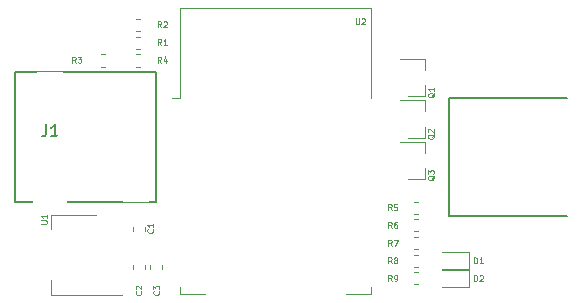
<source format=gbr>
G04 #@! TF.GenerationSoftware,KiCad,Pcbnew,5.0.1*
G04 #@! TF.CreationDate,2019-01-30T09:30:50+01:00*
G04 #@! TF.ProjectId,esp8266_rgb_strip_controller,657370383236365F736578795F737472,rev?*
G04 #@! TF.SameCoordinates,Original*
G04 #@! TF.FileFunction,Legend,Top*
G04 #@! TF.FilePolarity,Positive*
%FSLAX46Y46*%
G04 Gerber Fmt 4.6, Leading zero omitted, Abs format (unit mm)*
G04 Created by KiCad (PCBNEW 5.0.1) date Wed 30 Jan 2019 09:30:50 AM CET*
%MOMM*%
%LPD*%
G01*
G04 APERTURE LIST*
%ADD10C,0.120000*%
%ADD11C,0.150000*%
%ADD12C,0.125000*%
%ADD13R,2.602000X1.102000*%
%ADD14R,1.102000X1.902000*%
%ADD15O,3.102000X1.602000*%
%ADD16C,3.102000*%
%ADD17R,1.002000X0.902000*%
%ADD18C,0.100000*%
%ADD19C,0.977000*%
%ADD20R,2.102000X3.902000*%
%ADD21R,2.102000X1.602000*%
%ADD22O,1.602000X1.602000*%
%ADD23C,2.802000*%
%ADD24R,10.102000X2.102000*%
G04 APERTURE END LIST*
D10*
G04 #@! TO.C,U2*
X108955001Y-59105001D02*
X125195001Y-59105001D01*
X125195001Y-59105001D02*
X125195001Y-66725001D01*
X125195001Y-82725001D02*
X125195001Y-83345001D01*
X125195001Y-83345001D02*
X123075001Y-83345001D01*
X111075001Y-83345001D02*
X108955001Y-83345001D01*
X108955001Y-83345001D02*
X108955001Y-82725001D01*
X108955001Y-66725001D02*
X108955001Y-59105001D01*
X108955001Y-66725001D02*
X108345001Y-66725001D01*
D11*
G04 #@! TO.C,J1*
X95000000Y-67500000D02*
X95000000Y-65500000D01*
X95000000Y-64500000D02*
X95000000Y-65500000D01*
X107000000Y-64500000D02*
X95000000Y-64500000D01*
X107000000Y-75500000D02*
X107000000Y-64500000D01*
X95000000Y-75500000D02*
X107000000Y-75500000D01*
X95000000Y-65500000D02*
X95000000Y-75500000D01*
D10*
G04 #@! TO.C,Q1*
X129760000Y-66580000D02*
X129760000Y-65650000D01*
X129760000Y-63420000D02*
X129760000Y-64350000D01*
X129760000Y-63420000D02*
X127600000Y-63420000D01*
X129760000Y-66580000D02*
X128300000Y-66580000D01*
G04 #@! TO.C,Q2*
X129760000Y-70080000D02*
X128300000Y-70080000D01*
X129760000Y-66920000D02*
X127600000Y-66920000D01*
X129760000Y-66920000D02*
X129760000Y-67850000D01*
X129760000Y-70080000D02*
X129760000Y-69150000D01*
G04 #@! TO.C,Q3*
X129760000Y-73580000D02*
X129760000Y-72650000D01*
X129760000Y-70420000D02*
X129760000Y-71350000D01*
X129760000Y-70420000D02*
X127600000Y-70420000D01*
X129760000Y-73580000D02*
X128300000Y-73580000D01*
G04 #@! TO.C,R1*
X105299721Y-62560000D02*
X105625279Y-62560000D01*
X105299721Y-61540000D02*
X105625279Y-61540000D01*
G04 #@! TO.C,R2*
X105299721Y-60040000D02*
X105625279Y-60040000D01*
X105299721Y-61060000D02*
X105625279Y-61060000D01*
G04 #@! TO.C,R3*
X102299721Y-63040000D02*
X102625279Y-63040000D01*
X102299721Y-64060000D02*
X102625279Y-64060000D01*
G04 #@! TO.C,R4*
X105299721Y-64060000D02*
X105625279Y-64060000D01*
X105299721Y-63040000D02*
X105625279Y-63040000D01*
G04 #@! TO.C,R5*
X128837221Y-75490000D02*
X129162779Y-75490000D01*
X128837221Y-76510000D02*
X129162779Y-76510000D01*
G04 #@! TO.C,R6*
X129162779Y-76990000D02*
X128837221Y-76990000D01*
X129162779Y-78010000D02*
X128837221Y-78010000D01*
G04 #@! TO.C,R7*
X129162779Y-79510000D02*
X128837221Y-79510000D01*
X129162779Y-78490000D02*
X128837221Y-78490000D01*
G04 #@! TO.C,U1*
X98090000Y-76590000D02*
X98090000Y-77850000D01*
X98090000Y-83410000D02*
X98090000Y-82150000D01*
X101850000Y-76590000D02*
X98090000Y-76590000D01*
X104100000Y-83410000D02*
X98090000Y-83410000D01*
G04 #@! TO.C,C1*
X106010000Y-77950279D02*
X106010000Y-77624721D01*
X104990000Y-77950279D02*
X104990000Y-77624721D01*
G04 #@! TO.C,C2*
X106010000Y-80837221D02*
X106010000Y-81162779D01*
X104990000Y-80837221D02*
X104990000Y-81162779D01*
G04 #@! TO.C,C3*
X106490000Y-80837221D02*
X106490000Y-81162779D01*
X107510000Y-80837221D02*
X107510000Y-81162779D01*
G04 #@! TO.C,D1*
X131200000Y-81235000D02*
X133485000Y-81235000D01*
X133485000Y-81235000D02*
X133485000Y-79765000D01*
X133485000Y-79765000D02*
X131200000Y-79765000D01*
G04 #@! TO.C,D2*
X133485000Y-81265000D02*
X131200000Y-81265000D01*
X133485000Y-82735000D02*
X133485000Y-81265000D01*
X131200000Y-82735000D02*
X133485000Y-82735000D01*
G04 #@! TO.C,R8*
X129162779Y-81010000D02*
X128837221Y-81010000D01*
X129162779Y-79990000D02*
X128837221Y-79990000D01*
G04 #@! TO.C,R9*
X129162779Y-81490000D02*
X128837221Y-81490000D01*
X129162779Y-82510000D02*
X128837221Y-82510000D01*
D11*
G04 #@! TO.C,J3*
X131750000Y-76750000D02*
X141750000Y-76750000D01*
X131750000Y-66750000D02*
X131750000Y-76750000D01*
X136750000Y-66750000D02*
X131750000Y-66750000D01*
X141750000Y-66750000D02*
X136750000Y-66750000D01*
G04 #@! TO.C,U2*
D12*
X123869047Y-59976190D02*
X123869047Y-60380952D01*
X123892857Y-60428571D01*
X123916666Y-60452380D01*
X123964285Y-60476190D01*
X124059523Y-60476190D01*
X124107142Y-60452380D01*
X124130952Y-60428571D01*
X124154761Y-60380952D01*
X124154761Y-59976190D01*
X124369047Y-60023809D02*
X124392857Y-60000000D01*
X124440476Y-59976190D01*
X124559523Y-59976190D01*
X124607142Y-60000000D01*
X124630952Y-60023809D01*
X124654761Y-60071428D01*
X124654761Y-60119047D01*
X124630952Y-60190476D01*
X124345238Y-60476190D01*
X124654761Y-60476190D01*
G04 #@! TO.C,J1*
D11*
X97666666Y-68952380D02*
X97666666Y-69666666D01*
X97619047Y-69809523D01*
X97523809Y-69904761D01*
X97380952Y-69952380D01*
X97285714Y-69952380D01*
X98666666Y-69952380D02*
X98095238Y-69952380D01*
X98380952Y-69952380D02*
X98380952Y-68952380D01*
X98285714Y-69095238D01*
X98190476Y-69190476D01*
X98095238Y-69238095D01*
G04 #@! TO.C,Q1*
D12*
X130523809Y-66297619D02*
X130500000Y-66345238D01*
X130452380Y-66392857D01*
X130380952Y-66464285D01*
X130357142Y-66511904D01*
X130357142Y-66559523D01*
X130476190Y-66535714D02*
X130452380Y-66583333D01*
X130404761Y-66630952D01*
X130309523Y-66654761D01*
X130142857Y-66654761D01*
X130047619Y-66630952D01*
X130000000Y-66583333D01*
X129976190Y-66535714D01*
X129976190Y-66440476D01*
X130000000Y-66392857D01*
X130047619Y-66345238D01*
X130142857Y-66321428D01*
X130309523Y-66321428D01*
X130404761Y-66345238D01*
X130452380Y-66392857D01*
X130476190Y-66440476D01*
X130476190Y-66535714D01*
X130476190Y-65845238D02*
X130476190Y-66130952D01*
X130476190Y-65988095D02*
X129976190Y-65988095D01*
X130047619Y-66035714D01*
X130095238Y-66083333D01*
X130119047Y-66130952D01*
G04 #@! TO.C,Q2*
X130523809Y-69797619D02*
X130500000Y-69845238D01*
X130452380Y-69892857D01*
X130380952Y-69964285D01*
X130357142Y-70011904D01*
X130357142Y-70059523D01*
X130476190Y-70035714D02*
X130452380Y-70083333D01*
X130404761Y-70130952D01*
X130309523Y-70154761D01*
X130142857Y-70154761D01*
X130047619Y-70130952D01*
X130000000Y-70083333D01*
X129976190Y-70035714D01*
X129976190Y-69940476D01*
X130000000Y-69892857D01*
X130047619Y-69845238D01*
X130142857Y-69821428D01*
X130309523Y-69821428D01*
X130404761Y-69845238D01*
X130452380Y-69892857D01*
X130476190Y-69940476D01*
X130476190Y-70035714D01*
X130023809Y-69630952D02*
X130000000Y-69607142D01*
X129976190Y-69559523D01*
X129976190Y-69440476D01*
X130000000Y-69392857D01*
X130023809Y-69369047D01*
X130071428Y-69345238D01*
X130119047Y-69345238D01*
X130190476Y-69369047D01*
X130476190Y-69654761D01*
X130476190Y-69345238D01*
G04 #@! TO.C,Q3*
X130523809Y-73297619D02*
X130500000Y-73345238D01*
X130452380Y-73392857D01*
X130380952Y-73464285D01*
X130357142Y-73511904D01*
X130357142Y-73559523D01*
X130476190Y-73535714D02*
X130452380Y-73583333D01*
X130404761Y-73630952D01*
X130309523Y-73654761D01*
X130142857Y-73654761D01*
X130047619Y-73630952D01*
X130000000Y-73583333D01*
X129976190Y-73535714D01*
X129976190Y-73440476D01*
X130000000Y-73392857D01*
X130047619Y-73345238D01*
X130142857Y-73321428D01*
X130309523Y-73321428D01*
X130404761Y-73345238D01*
X130452380Y-73392857D01*
X130476190Y-73440476D01*
X130476190Y-73535714D01*
X129976190Y-73154761D02*
X129976190Y-72845238D01*
X130166666Y-73011904D01*
X130166666Y-72940476D01*
X130190476Y-72892857D01*
X130214285Y-72869047D01*
X130261904Y-72845238D01*
X130380952Y-72845238D01*
X130428571Y-72869047D01*
X130452380Y-72892857D01*
X130476190Y-72940476D01*
X130476190Y-73083333D01*
X130452380Y-73130952D01*
X130428571Y-73154761D01*
G04 #@! TO.C,R1*
X107416666Y-62226190D02*
X107250000Y-61988095D01*
X107130952Y-62226190D02*
X107130952Y-61726190D01*
X107321428Y-61726190D01*
X107369047Y-61750000D01*
X107392857Y-61773809D01*
X107416666Y-61821428D01*
X107416666Y-61892857D01*
X107392857Y-61940476D01*
X107369047Y-61964285D01*
X107321428Y-61988095D01*
X107130952Y-61988095D01*
X107892857Y-62226190D02*
X107607142Y-62226190D01*
X107750000Y-62226190D02*
X107750000Y-61726190D01*
X107702380Y-61797619D01*
X107654761Y-61845238D01*
X107607142Y-61869047D01*
G04 #@! TO.C,R2*
X107416666Y-60726190D02*
X107250000Y-60488095D01*
X107130952Y-60726190D02*
X107130952Y-60226190D01*
X107321428Y-60226190D01*
X107369047Y-60250000D01*
X107392857Y-60273809D01*
X107416666Y-60321428D01*
X107416666Y-60392857D01*
X107392857Y-60440476D01*
X107369047Y-60464285D01*
X107321428Y-60488095D01*
X107130952Y-60488095D01*
X107607142Y-60273809D02*
X107630952Y-60250000D01*
X107678571Y-60226190D01*
X107797619Y-60226190D01*
X107845238Y-60250000D01*
X107869047Y-60273809D01*
X107892857Y-60321428D01*
X107892857Y-60369047D01*
X107869047Y-60440476D01*
X107583333Y-60726190D01*
X107892857Y-60726190D01*
G04 #@! TO.C,R3*
X100166666Y-63726190D02*
X100000000Y-63488095D01*
X99880952Y-63726190D02*
X99880952Y-63226190D01*
X100071428Y-63226190D01*
X100119047Y-63250000D01*
X100142857Y-63273809D01*
X100166666Y-63321428D01*
X100166666Y-63392857D01*
X100142857Y-63440476D01*
X100119047Y-63464285D01*
X100071428Y-63488095D01*
X99880952Y-63488095D01*
X100333333Y-63226190D02*
X100642857Y-63226190D01*
X100476190Y-63416666D01*
X100547619Y-63416666D01*
X100595238Y-63440476D01*
X100619047Y-63464285D01*
X100642857Y-63511904D01*
X100642857Y-63630952D01*
X100619047Y-63678571D01*
X100595238Y-63702380D01*
X100547619Y-63726190D01*
X100404761Y-63726190D01*
X100357142Y-63702380D01*
X100333333Y-63678571D01*
G04 #@! TO.C,R4*
X107416666Y-63726190D02*
X107250000Y-63488095D01*
X107130952Y-63726190D02*
X107130952Y-63226190D01*
X107321428Y-63226190D01*
X107369047Y-63250000D01*
X107392857Y-63273809D01*
X107416666Y-63321428D01*
X107416666Y-63392857D01*
X107392857Y-63440476D01*
X107369047Y-63464285D01*
X107321428Y-63488095D01*
X107130952Y-63488095D01*
X107845238Y-63392857D02*
X107845238Y-63726190D01*
X107726190Y-63202380D02*
X107607142Y-63559523D01*
X107916666Y-63559523D01*
G04 #@! TO.C,R5*
X126916666Y-76226190D02*
X126750000Y-75988095D01*
X126630952Y-76226190D02*
X126630952Y-75726190D01*
X126821428Y-75726190D01*
X126869047Y-75750000D01*
X126892857Y-75773809D01*
X126916666Y-75821428D01*
X126916666Y-75892857D01*
X126892857Y-75940476D01*
X126869047Y-75964285D01*
X126821428Y-75988095D01*
X126630952Y-75988095D01*
X127369047Y-75726190D02*
X127130952Y-75726190D01*
X127107142Y-75964285D01*
X127130952Y-75940476D01*
X127178571Y-75916666D01*
X127297619Y-75916666D01*
X127345238Y-75940476D01*
X127369047Y-75964285D01*
X127392857Y-76011904D01*
X127392857Y-76130952D01*
X127369047Y-76178571D01*
X127345238Y-76202380D01*
X127297619Y-76226190D01*
X127178571Y-76226190D01*
X127130952Y-76202380D01*
X127107142Y-76178571D01*
G04 #@! TO.C,R6*
X126916666Y-77726190D02*
X126750000Y-77488095D01*
X126630952Y-77726190D02*
X126630952Y-77226190D01*
X126821428Y-77226190D01*
X126869047Y-77250000D01*
X126892857Y-77273809D01*
X126916666Y-77321428D01*
X126916666Y-77392857D01*
X126892857Y-77440476D01*
X126869047Y-77464285D01*
X126821428Y-77488095D01*
X126630952Y-77488095D01*
X127345238Y-77226190D02*
X127250000Y-77226190D01*
X127202380Y-77250000D01*
X127178571Y-77273809D01*
X127130952Y-77345238D01*
X127107142Y-77440476D01*
X127107142Y-77630952D01*
X127130952Y-77678571D01*
X127154761Y-77702380D01*
X127202380Y-77726190D01*
X127297619Y-77726190D01*
X127345238Y-77702380D01*
X127369047Y-77678571D01*
X127392857Y-77630952D01*
X127392857Y-77511904D01*
X127369047Y-77464285D01*
X127345238Y-77440476D01*
X127297619Y-77416666D01*
X127202380Y-77416666D01*
X127154761Y-77440476D01*
X127130952Y-77464285D01*
X127107142Y-77511904D01*
G04 #@! TO.C,R7*
X126916666Y-79226190D02*
X126750000Y-78988095D01*
X126630952Y-79226190D02*
X126630952Y-78726190D01*
X126821428Y-78726190D01*
X126869047Y-78750000D01*
X126892857Y-78773809D01*
X126916666Y-78821428D01*
X126916666Y-78892857D01*
X126892857Y-78940476D01*
X126869047Y-78964285D01*
X126821428Y-78988095D01*
X126630952Y-78988095D01*
X127083333Y-78726190D02*
X127416666Y-78726190D01*
X127202380Y-79226190D01*
G04 #@! TO.C,U1*
X97226190Y-77380952D02*
X97630952Y-77380952D01*
X97678571Y-77357142D01*
X97702380Y-77333333D01*
X97726190Y-77285714D01*
X97726190Y-77190476D01*
X97702380Y-77142857D01*
X97678571Y-77119047D01*
X97630952Y-77095238D01*
X97226190Y-77095238D01*
X97726190Y-76595238D02*
X97726190Y-76880952D01*
X97726190Y-76738095D02*
X97226190Y-76738095D01*
X97297619Y-76785714D01*
X97345238Y-76833333D01*
X97369047Y-76880952D01*
G04 #@! TO.C,C1*
X106678571Y-77833333D02*
X106702380Y-77857142D01*
X106726190Y-77928571D01*
X106726190Y-77976190D01*
X106702380Y-78047619D01*
X106654761Y-78095238D01*
X106607142Y-78119047D01*
X106511904Y-78142857D01*
X106440476Y-78142857D01*
X106345238Y-78119047D01*
X106297619Y-78095238D01*
X106250000Y-78047619D01*
X106226190Y-77976190D01*
X106226190Y-77928571D01*
X106250000Y-77857142D01*
X106273809Y-77833333D01*
X106726190Y-77357142D02*
X106726190Y-77642857D01*
X106726190Y-77500000D02*
X106226190Y-77500000D01*
X106297619Y-77547619D01*
X106345238Y-77595238D01*
X106369047Y-77642857D01*
G04 #@! TO.C,C2*
X105678571Y-83083333D02*
X105702380Y-83107142D01*
X105726190Y-83178571D01*
X105726190Y-83226190D01*
X105702380Y-83297619D01*
X105654761Y-83345238D01*
X105607142Y-83369047D01*
X105511904Y-83392857D01*
X105440476Y-83392857D01*
X105345238Y-83369047D01*
X105297619Y-83345238D01*
X105250000Y-83297619D01*
X105226190Y-83226190D01*
X105226190Y-83178571D01*
X105250000Y-83107142D01*
X105273809Y-83083333D01*
X105273809Y-82892857D02*
X105250000Y-82869047D01*
X105226190Y-82821428D01*
X105226190Y-82702380D01*
X105250000Y-82654761D01*
X105273809Y-82630952D01*
X105321428Y-82607142D01*
X105369047Y-82607142D01*
X105440476Y-82630952D01*
X105726190Y-82916666D01*
X105726190Y-82607142D01*
G04 #@! TO.C,C3*
X107178571Y-83083333D02*
X107202380Y-83107142D01*
X107226190Y-83178571D01*
X107226190Y-83226190D01*
X107202380Y-83297619D01*
X107154761Y-83345238D01*
X107107142Y-83369047D01*
X107011904Y-83392857D01*
X106940476Y-83392857D01*
X106845238Y-83369047D01*
X106797619Y-83345238D01*
X106750000Y-83297619D01*
X106726190Y-83226190D01*
X106726190Y-83178571D01*
X106750000Y-83107142D01*
X106773809Y-83083333D01*
X106726190Y-82916666D02*
X106726190Y-82607142D01*
X106916666Y-82773809D01*
X106916666Y-82702380D01*
X106940476Y-82654761D01*
X106964285Y-82630952D01*
X107011904Y-82607142D01*
X107130952Y-82607142D01*
X107178571Y-82630952D01*
X107202380Y-82654761D01*
X107226190Y-82702380D01*
X107226190Y-82845238D01*
X107202380Y-82892857D01*
X107178571Y-82916666D01*
G04 #@! TO.C,D1*
X133880952Y-80726190D02*
X133880952Y-80226190D01*
X134000000Y-80226190D01*
X134071428Y-80250000D01*
X134119047Y-80297619D01*
X134142857Y-80345238D01*
X134166666Y-80440476D01*
X134166666Y-80511904D01*
X134142857Y-80607142D01*
X134119047Y-80654761D01*
X134071428Y-80702380D01*
X134000000Y-80726190D01*
X133880952Y-80726190D01*
X134642857Y-80726190D02*
X134357142Y-80726190D01*
X134500000Y-80726190D02*
X134500000Y-80226190D01*
X134452380Y-80297619D01*
X134404761Y-80345238D01*
X134357142Y-80369047D01*
G04 #@! TO.C,D2*
X133880952Y-82226190D02*
X133880952Y-81726190D01*
X134000000Y-81726190D01*
X134071428Y-81750000D01*
X134119047Y-81797619D01*
X134142857Y-81845238D01*
X134166666Y-81940476D01*
X134166666Y-82011904D01*
X134142857Y-82107142D01*
X134119047Y-82154761D01*
X134071428Y-82202380D01*
X134000000Y-82226190D01*
X133880952Y-82226190D01*
X134357142Y-81773809D02*
X134380952Y-81750000D01*
X134428571Y-81726190D01*
X134547619Y-81726190D01*
X134595238Y-81750000D01*
X134619047Y-81773809D01*
X134642857Y-81821428D01*
X134642857Y-81869047D01*
X134619047Y-81940476D01*
X134333333Y-82226190D01*
X134642857Y-82226190D01*
G04 #@! TO.C,R8*
X126916666Y-80726190D02*
X126750000Y-80488095D01*
X126630952Y-80726190D02*
X126630952Y-80226190D01*
X126821428Y-80226190D01*
X126869047Y-80250000D01*
X126892857Y-80273809D01*
X126916666Y-80321428D01*
X126916666Y-80392857D01*
X126892857Y-80440476D01*
X126869047Y-80464285D01*
X126821428Y-80488095D01*
X126630952Y-80488095D01*
X127202380Y-80440476D02*
X127154761Y-80416666D01*
X127130952Y-80392857D01*
X127107142Y-80345238D01*
X127107142Y-80321428D01*
X127130952Y-80273809D01*
X127154761Y-80250000D01*
X127202380Y-80226190D01*
X127297619Y-80226190D01*
X127345238Y-80250000D01*
X127369047Y-80273809D01*
X127392857Y-80321428D01*
X127392857Y-80345238D01*
X127369047Y-80392857D01*
X127345238Y-80416666D01*
X127297619Y-80440476D01*
X127202380Y-80440476D01*
X127154761Y-80464285D01*
X127130952Y-80488095D01*
X127107142Y-80535714D01*
X127107142Y-80630952D01*
X127130952Y-80678571D01*
X127154761Y-80702380D01*
X127202380Y-80726190D01*
X127297619Y-80726190D01*
X127345238Y-80702380D01*
X127369047Y-80678571D01*
X127392857Y-80630952D01*
X127392857Y-80535714D01*
X127369047Y-80488095D01*
X127345238Y-80464285D01*
X127297619Y-80440476D01*
G04 #@! TO.C,R9*
X126916666Y-82226190D02*
X126750000Y-81988095D01*
X126630952Y-82226190D02*
X126630952Y-81726190D01*
X126821428Y-81726190D01*
X126869047Y-81750000D01*
X126892857Y-81773809D01*
X126916666Y-81821428D01*
X126916666Y-81892857D01*
X126892857Y-81940476D01*
X126869047Y-81964285D01*
X126821428Y-81988095D01*
X126630952Y-81988095D01*
X127154761Y-82226190D02*
X127250000Y-82226190D01*
X127297619Y-82202380D01*
X127321428Y-82178571D01*
X127369047Y-82107142D01*
X127392857Y-82011904D01*
X127392857Y-81821428D01*
X127369047Y-81773809D01*
X127345238Y-81750000D01*
X127297619Y-81726190D01*
X127202380Y-81726190D01*
X127154761Y-81750000D01*
X127130952Y-81773809D01*
X127107142Y-81821428D01*
X127107142Y-81940476D01*
X127130952Y-81988095D01*
X127154761Y-82011904D01*
X127202380Y-82035714D01*
X127297619Y-82035714D01*
X127345238Y-82011904D01*
X127369047Y-81988095D01*
X127392857Y-81940476D01*
G04 #@! TD*
%LPC*%
D13*
G04 #@! TO.C,U2*
X109475001Y-67725001D03*
X109475001Y-69725001D03*
X109475001Y-71725001D03*
X109475001Y-73725001D03*
X109475001Y-75725001D03*
X109475001Y-77725001D03*
X109475001Y-79725001D03*
X109475001Y-81725001D03*
D14*
X112075001Y-83225001D03*
X114075001Y-83225001D03*
X116075001Y-83225001D03*
X118075001Y-83225001D03*
X120075001Y-83225001D03*
X122075001Y-83225001D03*
D13*
X124675001Y-81725001D03*
X124675001Y-79725001D03*
X124675001Y-77725001D03*
X124675001Y-75725001D03*
X124675001Y-73725001D03*
X124675001Y-71725001D03*
X124675001Y-69725001D03*
X124675001Y-67725001D03*
G04 #@! TD*
D15*
G04 #@! TO.C,J1*
X105300000Y-74800000D03*
X105300000Y-66200000D03*
X105300000Y-71400000D03*
X98000000Y-65300000D03*
X98000000Y-75200000D03*
D16*
X99000000Y-71500000D03*
G04 #@! TD*
D17*
G04 #@! TO.C,Q1*
X128000000Y-64050000D03*
X128000000Y-65950000D03*
X130000000Y-65000000D03*
G04 #@! TD*
G04 #@! TO.C,Q2*
X130000000Y-68500000D03*
X128000000Y-69450000D03*
X128000000Y-67550000D03*
G04 #@! TD*
G04 #@! TO.C,Q3*
X128000000Y-71050000D03*
X128000000Y-72950000D03*
X130000000Y-72000000D03*
G04 #@! TD*
D18*
G04 #@! TO.C,R1*
G36*
X106518191Y-61525176D02*
X106541901Y-61528693D01*
X106565152Y-61534517D01*
X106587720Y-61542592D01*
X106609389Y-61552841D01*
X106629948Y-61565164D01*
X106649201Y-61579442D01*
X106666961Y-61595539D01*
X106683058Y-61613299D01*
X106697336Y-61632552D01*
X106709659Y-61653111D01*
X106719908Y-61674780D01*
X106727983Y-61697348D01*
X106733807Y-61720599D01*
X106737324Y-61744309D01*
X106738500Y-61768250D01*
X106738500Y-62331750D01*
X106737324Y-62355691D01*
X106733807Y-62379401D01*
X106727983Y-62402652D01*
X106719908Y-62425220D01*
X106709659Y-62446889D01*
X106697336Y-62467448D01*
X106683058Y-62486701D01*
X106666961Y-62504461D01*
X106649201Y-62520558D01*
X106629948Y-62534836D01*
X106609389Y-62547159D01*
X106587720Y-62557408D01*
X106565152Y-62565483D01*
X106541901Y-62571307D01*
X106518191Y-62574824D01*
X106494250Y-62576000D01*
X106005750Y-62576000D01*
X105981809Y-62574824D01*
X105958099Y-62571307D01*
X105934848Y-62565483D01*
X105912280Y-62557408D01*
X105890611Y-62547159D01*
X105870052Y-62534836D01*
X105850799Y-62520558D01*
X105833039Y-62504461D01*
X105816942Y-62486701D01*
X105802664Y-62467448D01*
X105790341Y-62446889D01*
X105780092Y-62425220D01*
X105772017Y-62402652D01*
X105766193Y-62379401D01*
X105762676Y-62355691D01*
X105761500Y-62331750D01*
X105761500Y-61768250D01*
X105762676Y-61744309D01*
X105766193Y-61720599D01*
X105772017Y-61697348D01*
X105780092Y-61674780D01*
X105790341Y-61653111D01*
X105802664Y-61632552D01*
X105816942Y-61613299D01*
X105833039Y-61595539D01*
X105850799Y-61579442D01*
X105870052Y-61565164D01*
X105890611Y-61552841D01*
X105912280Y-61542592D01*
X105934848Y-61534517D01*
X105958099Y-61528693D01*
X105981809Y-61525176D01*
X106005750Y-61524000D01*
X106494250Y-61524000D01*
X106518191Y-61525176D01*
X106518191Y-61525176D01*
G37*
D19*
X106250000Y-62050000D03*
D18*
G36*
X104943191Y-61525176D02*
X104966901Y-61528693D01*
X104990152Y-61534517D01*
X105012720Y-61542592D01*
X105034389Y-61552841D01*
X105054948Y-61565164D01*
X105074201Y-61579442D01*
X105091961Y-61595539D01*
X105108058Y-61613299D01*
X105122336Y-61632552D01*
X105134659Y-61653111D01*
X105144908Y-61674780D01*
X105152983Y-61697348D01*
X105158807Y-61720599D01*
X105162324Y-61744309D01*
X105163500Y-61768250D01*
X105163500Y-62331750D01*
X105162324Y-62355691D01*
X105158807Y-62379401D01*
X105152983Y-62402652D01*
X105144908Y-62425220D01*
X105134659Y-62446889D01*
X105122336Y-62467448D01*
X105108058Y-62486701D01*
X105091961Y-62504461D01*
X105074201Y-62520558D01*
X105054948Y-62534836D01*
X105034389Y-62547159D01*
X105012720Y-62557408D01*
X104990152Y-62565483D01*
X104966901Y-62571307D01*
X104943191Y-62574824D01*
X104919250Y-62576000D01*
X104430750Y-62576000D01*
X104406809Y-62574824D01*
X104383099Y-62571307D01*
X104359848Y-62565483D01*
X104337280Y-62557408D01*
X104315611Y-62547159D01*
X104295052Y-62534836D01*
X104275799Y-62520558D01*
X104258039Y-62504461D01*
X104241942Y-62486701D01*
X104227664Y-62467448D01*
X104215341Y-62446889D01*
X104205092Y-62425220D01*
X104197017Y-62402652D01*
X104191193Y-62379401D01*
X104187676Y-62355691D01*
X104186500Y-62331750D01*
X104186500Y-61768250D01*
X104187676Y-61744309D01*
X104191193Y-61720599D01*
X104197017Y-61697348D01*
X104205092Y-61674780D01*
X104215341Y-61653111D01*
X104227664Y-61632552D01*
X104241942Y-61613299D01*
X104258039Y-61595539D01*
X104275799Y-61579442D01*
X104295052Y-61565164D01*
X104315611Y-61552841D01*
X104337280Y-61542592D01*
X104359848Y-61534517D01*
X104383099Y-61528693D01*
X104406809Y-61525176D01*
X104430750Y-61524000D01*
X104919250Y-61524000D01*
X104943191Y-61525176D01*
X104943191Y-61525176D01*
G37*
D19*
X104675000Y-62050000D03*
G04 #@! TD*
D18*
G04 #@! TO.C,R2*
G36*
X104943191Y-60025176D02*
X104966901Y-60028693D01*
X104990152Y-60034517D01*
X105012720Y-60042592D01*
X105034389Y-60052841D01*
X105054948Y-60065164D01*
X105074201Y-60079442D01*
X105091961Y-60095539D01*
X105108058Y-60113299D01*
X105122336Y-60132552D01*
X105134659Y-60153111D01*
X105144908Y-60174780D01*
X105152983Y-60197348D01*
X105158807Y-60220599D01*
X105162324Y-60244309D01*
X105163500Y-60268250D01*
X105163500Y-60831750D01*
X105162324Y-60855691D01*
X105158807Y-60879401D01*
X105152983Y-60902652D01*
X105144908Y-60925220D01*
X105134659Y-60946889D01*
X105122336Y-60967448D01*
X105108058Y-60986701D01*
X105091961Y-61004461D01*
X105074201Y-61020558D01*
X105054948Y-61034836D01*
X105034389Y-61047159D01*
X105012720Y-61057408D01*
X104990152Y-61065483D01*
X104966901Y-61071307D01*
X104943191Y-61074824D01*
X104919250Y-61076000D01*
X104430750Y-61076000D01*
X104406809Y-61074824D01*
X104383099Y-61071307D01*
X104359848Y-61065483D01*
X104337280Y-61057408D01*
X104315611Y-61047159D01*
X104295052Y-61034836D01*
X104275799Y-61020558D01*
X104258039Y-61004461D01*
X104241942Y-60986701D01*
X104227664Y-60967448D01*
X104215341Y-60946889D01*
X104205092Y-60925220D01*
X104197017Y-60902652D01*
X104191193Y-60879401D01*
X104187676Y-60855691D01*
X104186500Y-60831750D01*
X104186500Y-60268250D01*
X104187676Y-60244309D01*
X104191193Y-60220599D01*
X104197017Y-60197348D01*
X104205092Y-60174780D01*
X104215341Y-60153111D01*
X104227664Y-60132552D01*
X104241942Y-60113299D01*
X104258039Y-60095539D01*
X104275799Y-60079442D01*
X104295052Y-60065164D01*
X104315611Y-60052841D01*
X104337280Y-60042592D01*
X104359848Y-60034517D01*
X104383099Y-60028693D01*
X104406809Y-60025176D01*
X104430750Y-60024000D01*
X104919250Y-60024000D01*
X104943191Y-60025176D01*
X104943191Y-60025176D01*
G37*
D19*
X104675000Y-60550000D03*
D18*
G36*
X106518191Y-60025176D02*
X106541901Y-60028693D01*
X106565152Y-60034517D01*
X106587720Y-60042592D01*
X106609389Y-60052841D01*
X106629948Y-60065164D01*
X106649201Y-60079442D01*
X106666961Y-60095539D01*
X106683058Y-60113299D01*
X106697336Y-60132552D01*
X106709659Y-60153111D01*
X106719908Y-60174780D01*
X106727983Y-60197348D01*
X106733807Y-60220599D01*
X106737324Y-60244309D01*
X106738500Y-60268250D01*
X106738500Y-60831750D01*
X106737324Y-60855691D01*
X106733807Y-60879401D01*
X106727983Y-60902652D01*
X106719908Y-60925220D01*
X106709659Y-60946889D01*
X106697336Y-60967448D01*
X106683058Y-60986701D01*
X106666961Y-61004461D01*
X106649201Y-61020558D01*
X106629948Y-61034836D01*
X106609389Y-61047159D01*
X106587720Y-61057408D01*
X106565152Y-61065483D01*
X106541901Y-61071307D01*
X106518191Y-61074824D01*
X106494250Y-61076000D01*
X106005750Y-61076000D01*
X105981809Y-61074824D01*
X105958099Y-61071307D01*
X105934848Y-61065483D01*
X105912280Y-61057408D01*
X105890611Y-61047159D01*
X105870052Y-61034836D01*
X105850799Y-61020558D01*
X105833039Y-61004461D01*
X105816942Y-60986701D01*
X105802664Y-60967448D01*
X105790341Y-60946889D01*
X105780092Y-60925220D01*
X105772017Y-60902652D01*
X105766193Y-60879401D01*
X105762676Y-60855691D01*
X105761500Y-60831750D01*
X105761500Y-60268250D01*
X105762676Y-60244309D01*
X105766193Y-60220599D01*
X105772017Y-60197348D01*
X105780092Y-60174780D01*
X105790341Y-60153111D01*
X105802664Y-60132552D01*
X105816942Y-60113299D01*
X105833039Y-60095539D01*
X105850799Y-60079442D01*
X105870052Y-60065164D01*
X105890611Y-60052841D01*
X105912280Y-60042592D01*
X105934848Y-60034517D01*
X105958099Y-60028693D01*
X105981809Y-60025176D01*
X106005750Y-60024000D01*
X106494250Y-60024000D01*
X106518191Y-60025176D01*
X106518191Y-60025176D01*
G37*
D19*
X106250000Y-60550000D03*
G04 #@! TD*
D18*
G04 #@! TO.C,R3*
G36*
X101943191Y-63025176D02*
X101966901Y-63028693D01*
X101990152Y-63034517D01*
X102012720Y-63042592D01*
X102034389Y-63052841D01*
X102054948Y-63065164D01*
X102074201Y-63079442D01*
X102091961Y-63095539D01*
X102108058Y-63113299D01*
X102122336Y-63132552D01*
X102134659Y-63153111D01*
X102144908Y-63174780D01*
X102152983Y-63197348D01*
X102158807Y-63220599D01*
X102162324Y-63244309D01*
X102163500Y-63268250D01*
X102163500Y-63831750D01*
X102162324Y-63855691D01*
X102158807Y-63879401D01*
X102152983Y-63902652D01*
X102144908Y-63925220D01*
X102134659Y-63946889D01*
X102122336Y-63967448D01*
X102108058Y-63986701D01*
X102091961Y-64004461D01*
X102074201Y-64020558D01*
X102054948Y-64034836D01*
X102034389Y-64047159D01*
X102012720Y-64057408D01*
X101990152Y-64065483D01*
X101966901Y-64071307D01*
X101943191Y-64074824D01*
X101919250Y-64076000D01*
X101430750Y-64076000D01*
X101406809Y-64074824D01*
X101383099Y-64071307D01*
X101359848Y-64065483D01*
X101337280Y-64057408D01*
X101315611Y-64047159D01*
X101295052Y-64034836D01*
X101275799Y-64020558D01*
X101258039Y-64004461D01*
X101241942Y-63986701D01*
X101227664Y-63967448D01*
X101215341Y-63946889D01*
X101205092Y-63925220D01*
X101197017Y-63902652D01*
X101191193Y-63879401D01*
X101187676Y-63855691D01*
X101186500Y-63831750D01*
X101186500Y-63268250D01*
X101187676Y-63244309D01*
X101191193Y-63220599D01*
X101197017Y-63197348D01*
X101205092Y-63174780D01*
X101215341Y-63153111D01*
X101227664Y-63132552D01*
X101241942Y-63113299D01*
X101258039Y-63095539D01*
X101275799Y-63079442D01*
X101295052Y-63065164D01*
X101315611Y-63052841D01*
X101337280Y-63042592D01*
X101359848Y-63034517D01*
X101383099Y-63028693D01*
X101406809Y-63025176D01*
X101430750Y-63024000D01*
X101919250Y-63024000D01*
X101943191Y-63025176D01*
X101943191Y-63025176D01*
G37*
D19*
X101675000Y-63550000D03*
D18*
G36*
X103518191Y-63025176D02*
X103541901Y-63028693D01*
X103565152Y-63034517D01*
X103587720Y-63042592D01*
X103609389Y-63052841D01*
X103629948Y-63065164D01*
X103649201Y-63079442D01*
X103666961Y-63095539D01*
X103683058Y-63113299D01*
X103697336Y-63132552D01*
X103709659Y-63153111D01*
X103719908Y-63174780D01*
X103727983Y-63197348D01*
X103733807Y-63220599D01*
X103737324Y-63244309D01*
X103738500Y-63268250D01*
X103738500Y-63831750D01*
X103737324Y-63855691D01*
X103733807Y-63879401D01*
X103727983Y-63902652D01*
X103719908Y-63925220D01*
X103709659Y-63946889D01*
X103697336Y-63967448D01*
X103683058Y-63986701D01*
X103666961Y-64004461D01*
X103649201Y-64020558D01*
X103629948Y-64034836D01*
X103609389Y-64047159D01*
X103587720Y-64057408D01*
X103565152Y-64065483D01*
X103541901Y-64071307D01*
X103518191Y-64074824D01*
X103494250Y-64076000D01*
X103005750Y-64076000D01*
X102981809Y-64074824D01*
X102958099Y-64071307D01*
X102934848Y-64065483D01*
X102912280Y-64057408D01*
X102890611Y-64047159D01*
X102870052Y-64034836D01*
X102850799Y-64020558D01*
X102833039Y-64004461D01*
X102816942Y-63986701D01*
X102802664Y-63967448D01*
X102790341Y-63946889D01*
X102780092Y-63925220D01*
X102772017Y-63902652D01*
X102766193Y-63879401D01*
X102762676Y-63855691D01*
X102761500Y-63831750D01*
X102761500Y-63268250D01*
X102762676Y-63244309D01*
X102766193Y-63220599D01*
X102772017Y-63197348D01*
X102780092Y-63174780D01*
X102790341Y-63153111D01*
X102802664Y-63132552D01*
X102816942Y-63113299D01*
X102833039Y-63095539D01*
X102850799Y-63079442D01*
X102870052Y-63065164D01*
X102890611Y-63052841D01*
X102912280Y-63042592D01*
X102934848Y-63034517D01*
X102958099Y-63028693D01*
X102981809Y-63025176D01*
X103005750Y-63024000D01*
X103494250Y-63024000D01*
X103518191Y-63025176D01*
X103518191Y-63025176D01*
G37*
D19*
X103250000Y-63550000D03*
G04 #@! TD*
D18*
G04 #@! TO.C,R4*
G36*
X106518191Y-63025176D02*
X106541901Y-63028693D01*
X106565152Y-63034517D01*
X106587720Y-63042592D01*
X106609389Y-63052841D01*
X106629948Y-63065164D01*
X106649201Y-63079442D01*
X106666961Y-63095539D01*
X106683058Y-63113299D01*
X106697336Y-63132552D01*
X106709659Y-63153111D01*
X106719908Y-63174780D01*
X106727983Y-63197348D01*
X106733807Y-63220599D01*
X106737324Y-63244309D01*
X106738500Y-63268250D01*
X106738500Y-63831750D01*
X106737324Y-63855691D01*
X106733807Y-63879401D01*
X106727983Y-63902652D01*
X106719908Y-63925220D01*
X106709659Y-63946889D01*
X106697336Y-63967448D01*
X106683058Y-63986701D01*
X106666961Y-64004461D01*
X106649201Y-64020558D01*
X106629948Y-64034836D01*
X106609389Y-64047159D01*
X106587720Y-64057408D01*
X106565152Y-64065483D01*
X106541901Y-64071307D01*
X106518191Y-64074824D01*
X106494250Y-64076000D01*
X106005750Y-64076000D01*
X105981809Y-64074824D01*
X105958099Y-64071307D01*
X105934848Y-64065483D01*
X105912280Y-64057408D01*
X105890611Y-64047159D01*
X105870052Y-64034836D01*
X105850799Y-64020558D01*
X105833039Y-64004461D01*
X105816942Y-63986701D01*
X105802664Y-63967448D01*
X105790341Y-63946889D01*
X105780092Y-63925220D01*
X105772017Y-63902652D01*
X105766193Y-63879401D01*
X105762676Y-63855691D01*
X105761500Y-63831750D01*
X105761500Y-63268250D01*
X105762676Y-63244309D01*
X105766193Y-63220599D01*
X105772017Y-63197348D01*
X105780092Y-63174780D01*
X105790341Y-63153111D01*
X105802664Y-63132552D01*
X105816942Y-63113299D01*
X105833039Y-63095539D01*
X105850799Y-63079442D01*
X105870052Y-63065164D01*
X105890611Y-63052841D01*
X105912280Y-63042592D01*
X105934848Y-63034517D01*
X105958099Y-63028693D01*
X105981809Y-63025176D01*
X106005750Y-63024000D01*
X106494250Y-63024000D01*
X106518191Y-63025176D01*
X106518191Y-63025176D01*
G37*
D19*
X106250000Y-63550000D03*
D18*
G36*
X104943191Y-63025176D02*
X104966901Y-63028693D01*
X104990152Y-63034517D01*
X105012720Y-63042592D01*
X105034389Y-63052841D01*
X105054948Y-63065164D01*
X105074201Y-63079442D01*
X105091961Y-63095539D01*
X105108058Y-63113299D01*
X105122336Y-63132552D01*
X105134659Y-63153111D01*
X105144908Y-63174780D01*
X105152983Y-63197348D01*
X105158807Y-63220599D01*
X105162324Y-63244309D01*
X105163500Y-63268250D01*
X105163500Y-63831750D01*
X105162324Y-63855691D01*
X105158807Y-63879401D01*
X105152983Y-63902652D01*
X105144908Y-63925220D01*
X105134659Y-63946889D01*
X105122336Y-63967448D01*
X105108058Y-63986701D01*
X105091961Y-64004461D01*
X105074201Y-64020558D01*
X105054948Y-64034836D01*
X105034389Y-64047159D01*
X105012720Y-64057408D01*
X104990152Y-64065483D01*
X104966901Y-64071307D01*
X104943191Y-64074824D01*
X104919250Y-64076000D01*
X104430750Y-64076000D01*
X104406809Y-64074824D01*
X104383099Y-64071307D01*
X104359848Y-64065483D01*
X104337280Y-64057408D01*
X104315611Y-64047159D01*
X104295052Y-64034836D01*
X104275799Y-64020558D01*
X104258039Y-64004461D01*
X104241942Y-63986701D01*
X104227664Y-63967448D01*
X104215341Y-63946889D01*
X104205092Y-63925220D01*
X104197017Y-63902652D01*
X104191193Y-63879401D01*
X104187676Y-63855691D01*
X104186500Y-63831750D01*
X104186500Y-63268250D01*
X104187676Y-63244309D01*
X104191193Y-63220599D01*
X104197017Y-63197348D01*
X104205092Y-63174780D01*
X104215341Y-63153111D01*
X104227664Y-63132552D01*
X104241942Y-63113299D01*
X104258039Y-63095539D01*
X104275799Y-63079442D01*
X104295052Y-63065164D01*
X104315611Y-63052841D01*
X104337280Y-63042592D01*
X104359848Y-63034517D01*
X104383099Y-63028693D01*
X104406809Y-63025176D01*
X104430750Y-63024000D01*
X104919250Y-63024000D01*
X104943191Y-63025176D01*
X104943191Y-63025176D01*
G37*
D19*
X104675000Y-63550000D03*
G04 #@! TD*
D18*
G04 #@! TO.C,R5*
G36*
X128480691Y-75475176D02*
X128504401Y-75478693D01*
X128527652Y-75484517D01*
X128550220Y-75492592D01*
X128571889Y-75502841D01*
X128592448Y-75515164D01*
X128611701Y-75529442D01*
X128629461Y-75545539D01*
X128645558Y-75563299D01*
X128659836Y-75582552D01*
X128672159Y-75603111D01*
X128682408Y-75624780D01*
X128690483Y-75647348D01*
X128696307Y-75670599D01*
X128699824Y-75694309D01*
X128701000Y-75718250D01*
X128701000Y-76281750D01*
X128699824Y-76305691D01*
X128696307Y-76329401D01*
X128690483Y-76352652D01*
X128682408Y-76375220D01*
X128672159Y-76396889D01*
X128659836Y-76417448D01*
X128645558Y-76436701D01*
X128629461Y-76454461D01*
X128611701Y-76470558D01*
X128592448Y-76484836D01*
X128571889Y-76497159D01*
X128550220Y-76507408D01*
X128527652Y-76515483D01*
X128504401Y-76521307D01*
X128480691Y-76524824D01*
X128456750Y-76526000D01*
X127968250Y-76526000D01*
X127944309Y-76524824D01*
X127920599Y-76521307D01*
X127897348Y-76515483D01*
X127874780Y-76507408D01*
X127853111Y-76497159D01*
X127832552Y-76484836D01*
X127813299Y-76470558D01*
X127795539Y-76454461D01*
X127779442Y-76436701D01*
X127765164Y-76417448D01*
X127752841Y-76396889D01*
X127742592Y-76375220D01*
X127734517Y-76352652D01*
X127728693Y-76329401D01*
X127725176Y-76305691D01*
X127724000Y-76281750D01*
X127724000Y-75718250D01*
X127725176Y-75694309D01*
X127728693Y-75670599D01*
X127734517Y-75647348D01*
X127742592Y-75624780D01*
X127752841Y-75603111D01*
X127765164Y-75582552D01*
X127779442Y-75563299D01*
X127795539Y-75545539D01*
X127813299Y-75529442D01*
X127832552Y-75515164D01*
X127853111Y-75502841D01*
X127874780Y-75492592D01*
X127897348Y-75484517D01*
X127920599Y-75478693D01*
X127944309Y-75475176D01*
X127968250Y-75474000D01*
X128456750Y-75474000D01*
X128480691Y-75475176D01*
X128480691Y-75475176D01*
G37*
D19*
X128212500Y-76000000D03*
D18*
G36*
X130055691Y-75475176D02*
X130079401Y-75478693D01*
X130102652Y-75484517D01*
X130125220Y-75492592D01*
X130146889Y-75502841D01*
X130167448Y-75515164D01*
X130186701Y-75529442D01*
X130204461Y-75545539D01*
X130220558Y-75563299D01*
X130234836Y-75582552D01*
X130247159Y-75603111D01*
X130257408Y-75624780D01*
X130265483Y-75647348D01*
X130271307Y-75670599D01*
X130274824Y-75694309D01*
X130276000Y-75718250D01*
X130276000Y-76281750D01*
X130274824Y-76305691D01*
X130271307Y-76329401D01*
X130265483Y-76352652D01*
X130257408Y-76375220D01*
X130247159Y-76396889D01*
X130234836Y-76417448D01*
X130220558Y-76436701D01*
X130204461Y-76454461D01*
X130186701Y-76470558D01*
X130167448Y-76484836D01*
X130146889Y-76497159D01*
X130125220Y-76507408D01*
X130102652Y-76515483D01*
X130079401Y-76521307D01*
X130055691Y-76524824D01*
X130031750Y-76526000D01*
X129543250Y-76526000D01*
X129519309Y-76524824D01*
X129495599Y-76521307D01*
X129472348Y-76515483D01*
X129449780Y-76507408D01*
X129428111Y-76497159D01*
X129407552Y-76484836D01*
X129388299Y-76470558D01*
X129370539Y-76454461D01*
X129354442Y-76436701D01*
X129340164Y-76417448D01*
X129327841Y-76396889D01*
X129317592Y-76375220D01*
X129309517Y-76352652D01*
X129303693Y-76329401D01*
X129300176Y-76305691D01*
X129299000Y-76281750D01*
X129299000Y-75718250D01*
X129300176Y-75694309D01*
X129303693Y-75670599D01*
X129309517Y-75647348D01*
X129317592Y-75624780D01*
X129327841Y-75603111D01*
X129340164Y-75582552D01*
X129354442Y-75563299D01*
X129370539Y-75545539D01*
X129388299Y-75529442D01*
X129407552Y-75515164D01*
X129428111Y-75502841D01*
X129449780Y-75492592D01*
X129472348Y-75484517D01*
X129495599Y-75478693D01*
X129519309Y-75475176D01*
X129543250Y-75474000D01*
X130031750Y-75474000D01*
X130055691Y-75475176D01*
X130055691Y-75475176D01*
G37*
D19*
X129787500Y-76000000D03*
G04 #@! TD*
D18*
G04 #@! TO.C,R6*
G36*
X128480691Y-76975176D02*
X128504401Y-76978693D01*
X128527652Y-76984517D01*
X128550220Y-76992592D01*
X128571889Y-77002841D01*
X128592448Y-77015164D01*
X128611701Y-77029442D01*
X128629461Y-77045539D01*
X128645558Y-77063299D01*
X128659836Y-77082552D01*
X128672159Y-77103111D01*
X128682408Y-77124780D01*
X128690483Y-77147348D01*
X128696307Y-77170599D01*
X128699824Y-77194309D01*
X128701000Y-77218250D01*
X128701000Y-77781750D01*
X128699824Y-77805691D01*
X128696307Y-77829401D01*
X128690483Y-77852652D01*
X128682408Y-77875220D01*
X128672159Y-77896889D01*
X128659836Y-77917448D01*
X128645558Y-77936701D01*
X128629461Y-77954461D01*
X128611701Y-77970558D01*
X128592448Y-77984836D01*
X128571889Y-77997159D01*
X128550220Y-78007408D01*
X128527652Y-78015483D01*
X128504401Y-78021307D01*
X128480691Y-78024824D01*
X128456750Y-78026000D01*
X127968250Y-78026000D01*
X127944309Y-78024824D01*
X127920599Y-78021307D01*
X127897348Y-78015483D01*
X127874780Y-78007408D01*
X127853111Y-77997159D01*
X127832552Y-77984836D01*
X127813299Y-77970558D01*
X127795539Y-77954461D01*
X127779442Y-77936701D01*
X127765164Y-77917448D01*
X127752841Y-77896889D01*
X127742592Y-77875220D01*
X127734517Y-77852652D01*
X127728693Y-77829401D01*
X127725176Y-77805691D01*
X127724000Y-77781750D01*
X127724000Y-77218250D01*
X127725176Y-77194309D01*
X127728693Y-77170599D01*
X127734517Y-77147348D01*
X127742592Y-77124780D01*
X127752841Y-77103111D01*
X127765164Y-77082552D01*
X127779442Y-77063299D01*
X127795539Y-77045539D01*
X127813299Y-77029442D01*
X127832552Y-77015164D01*
X127853111Y-77002841D01*
X127874780Y-76992592D01*
X127897348Y-76984517D01*
X127920599Y-76978693D01*
X127944309Y-76975176D01*
X127968250Y-76974000D01*
X128456750Y-76974000D01*
X128480691Y-76975176D01*
X128480691Y-76975176D01*
G37*
D19*
X128212500Y-77500000D03*
D18*
G36*
X130055691Y-76975176D02*
X130079401Y-76978693D01*
X130102652Y-76984517D01*
X130125220Y-76992592D01*
X130146889Y-77002841D01*
X130167448Y-77015164D01*
X130186701Y-77029442D01*
X130204461Y-77045539D01*
X130220558Y-77063299D01*
X130234836Y-77082552D01*
X130247159Y-77103111D01*
X130257408Y-77124780D01*
X130265483Y-77147348D01*
X130271307Y-77170599D01*
X130274824Y-77194309D01*
X130276000Y-77218250D01*
X130276000Y-77781750D01*
X130274824Y-77805691D01*
X130271307Y-77829401D01*
X130265483Y-77852652D01*
X130257408Y-77875220D01*
X130247159Y-77896889D01*
X130234836Y-77917448D01*
X130220558Y-77936701D01*
X130204461Y-77954461D01*
X130186701Y-77970558D01*
X130167448Y-77984836D01*
X130146889Y-77997159D01*
X130125220Y-78007408D01*
X130102652Y-78015483D01*
X130079401Y-78021307D01*
X130055691Y-78024824D01*
X130031750Y-78026000D01*
X129543250Y-78026000D01*
X129519309Y-78024824D01*
X129495599Y-78021307D01*
X129472348Y-78015483D01*
X129449780Y-78007408D01*
X129428111Y-77997159D01*
X129407552Y-77984836D01*
X129388299Y-77970558D01*
X129370539Y-77954461D01*
X129354442Y-77936701D01*
X129340164Y-77917448D01*
X129327841Y-77896889D01*
X129317592Y-77875220D01*
X129309517Y-77852652D01*
X129303693Y-77829401D01*
X129300176Y-77805691D01*
X129299000Y-77781750D01*
X129299000Y-77218250D01*
X129300176Y-77194309D01*
X129303693Y-77170599D01*
X129309517Y-77147348D01*
X129317592Y-77124780D01*
X129327841Y-77103111D01*
X129340164Y-77082552D01*
X129354442Y-77063299D01*
X129370539Y-77045539D01*
X129388299Y-77029442D01*
X129407552Y-77015164D01*
X129428111Y-77002841D01*
X129449780Y-76992592D01*
X129472348Y-76984517D01*
X129495599Y-76978693D01*
X129519309Y-76975176D01*
X129543250Y-76974000D01*
X130031750Y-76974000D01*
X130055691Y-76975176D01*
X130055691Y-76975176D01*
G37*
D19*
X129787500Y-77500000D03*
G04 #@! TD*
D18*
G04 #@! TO.C,R7*
G36*
X130055691Y-78475176D02*
X130079401Y-78478693D01*
X130102652Y-78484517D01*
X130125220Y-78492592D01*
X130146889Y-78502841D01*
X130167448Y-78515164D01*
X130186701Y-78529442D01*
X130204461Y-78545539D01*
X130220558Y-78563299D01*
X130234836Y-78582552D01*
X130247159Y-78603111D01*
X130257408Y-78624780D01*
X130265483Y-78647348D01*
X130271307Y-78670599D01*
X130274824Y-78694309D01*
X130276000Y-78718250D01*
X130276000Y-79281750D01*
X130274824Y-79305691D01*
X130271307Y-79329401D01*
X130265483Y-79352652D01*
X130257408Y-79375220D01*
X130247159Y-79396889D01*
X130234836Y-79417448D01*
X130220558Y-79436701D01*
X130204461Y-79454461D01*
X130186701Y-79470558D01*
X130167448Y-79484836D01*
X130146889Y-79497159D01*
X130125220Y-79507408D01*
X130102652Y-79515483D01*
X130079401Y-79521307D01*
X130055691Y-79524824D01*
X130031750Y-79526000D01*
X129543250Y-79526000D01*
X129519309Y-79524824D01*
X129495599Y-79521307D01*
X129472348Y-79515483D01*
X129449780Y-79507408D01*
X129428111Y-79497159D01*
X129407552Y-79484836D01*
X129388299Y-79470558D01*
X129370539Y-79454461D01*
X129354442Y-79436701D01*
X129340164Y-79417448D01*
X129327841Y-79396889D01*
X129317592Y-79375220D01*
X129309517Y-79352652D01*
X129303693Y-79329401D01*
X129300176Y-79305691D01*
X129299000Y-79281750D01*
X129299000Y-78718250D01*
X129300176Y-78694309D01*
X129303693Y-78670599D01*
X129309517Y-78647348D01*
X129317592Y-78624780D01*
X129327841Y-78603111D01*
X129340164Y-78582552D01*
X129354442Y-78563299D01*
X129370539Y-78545539D01*
X129388299Y-78529442D01*
X129407552Y-78515164D01*
X129428111Y-78502841D01*
X129449780Y-78492592D01*
X129472348Y-78484517D01*
X129495599Y-78478693D01*
X129519309Y-78475176D01*
X129543250Y-78474000D01*
X130031750Y-78474000D01*
X130055691Y-78475176D01*
X130055691Y-78475176D01*
G37*
D19*
X129787500Y-79000000D03*
D18*
G36*
X128480691Y-78475176D02*
X128504401Y-78478693D01*
X128527652Y-78484517D01*
X128550220Y-78492592D01*
X128571889Y-78502841D01*
X128592448Y-78515164D01*
X128611701Y-78529442D01*
X128629461Y-78545539D01*
X128645558Y-78563299D01*
X128659836Y-78582552D01*
X128672159Y-78603111D01*
X128682408Y-78624780D01*
X128690483Y-78647348D01*
X128696307Y-78670599D01*
X128699824Y-78694309D01*
X128701000Y-78718250D01*
X128701000Y-79281750D01*
X128699824Y-79305691D01*
X128696307Y-79329401D01*
X128690483Y-79352652D01*
X128682408Y-79375220D01*
X128672159Y-79396889D01*
X128659836Y-79417448D01*
X128645558Y-79436701D01*
X128629461Y-79454461D01*
X128611701Y-79470558D01*
X128592448Y-79484836D01*
X128571889Y-79497159D01*
X128550220Y-79507408D01*
X128527652Y-79515483D01*
X128504401Y-79521307D01*
X128480691Y-79524824D01*
X128456750Y-79526000D01*
X127968250Y-79526000D01*
X127944309Y-79524824D01*
X127920599Y-79521307D01*
X127897348Y-79515483D01*
X127874780Y-79507408D01*
X127853111Y-79497159D01*
X127832552Y-79484836D01*
X127813299Y-79470558D01*
X127795539Y-79454461D01*
X127779442Y-79436701D01*
X127765164Y-79417448D01*
X127752841Y-79396889D01*
X127742592Y-79375220D01*
X127734517Y-79352652D01*
X127728693Y-79329401D01*
X127725176Y-79305691D01*
X127724000Y-79281750D01*
X127724000Y-78718250D01*
X127725176Y-78694309D01*
X127728693Y-78670599D01*
X127734517Y-78647348D01*
X127742592Y-78624780D01*
X127752841Y-78603111D01*
X127765164Y-78582552D01*
X127779442Y-78563299D01*
X127795539Y-78545539D01*
X127813299Y-78529442D01*
X127832552Y-78515164D01*
X127853111Y-78502841D01*
X127874780Y-78492592D01*
X127897348Y-78484517D01*
X127920599Y-78478693D01*
X127944309Y-78475176D01*
X127968250Y-78474000D01*
X128456750Y-78474000D01*
X128480691Y-78475176D01*
X128480691Y-78475176D01*
G37*
D19*
X128212500Y-79000000D03*
G04 #@! TD*
D20*
G04 #@! TO.C,U1*
X96850000Y-80000000D03*
D21*
X103150000Y-80000000D03*
X103150000Y-77700000D03*
X103150000Y-82300000D03*
G04 #@! TD*
D18*
G04 #@! TO.C,C1*
G36*
X105805691Y-76512676D02*
X105829401Y-76516193D01*
X105852652Y-76522017D01*
X105875220Y-76530092D01*
X105896889Y-76540341D01*
X105917448Y-76552664D01*
X105936701Y-76566942D01*
X105954461Y-76583039D01*
X105970558Y-76600799D01*
X105984836Y-76620052D01*
X105997159Y-76640611D01*
X106007408Y-76662280D01*
X106015483Y-76684848D01*
X106021307Y-76708099D01*
X106024824Y-76731809D01*
X106026000Y-76755750D01*
X106026000Y-77244250D01*
X106024824Y-77268191D01*
X106021307Y-77291901D01*
X106015483Y-77315152D01*
X106007408Y-77337720D01*
X105997159Y-77359389D01*
X105984836Y-77379948D01*
X105970558Y-77399201D01*
X105954461Y-77416961D01*
X105936701Y-77433058D01*
X105917448Y-77447336D01*
X105896889Y-77459659D01*
X105875220Y-77469908D01*
X105852652Y-77477983D01*
X105829401Y-77483807D01*
X105805691Y-77487324D01*
X105781750Y-77488500D01*
X105218250Y-77488500D01*
X105194309Y-77487324D01*
X105170599Y-77483807D01*
X105147348Y-77477983D01*
X105124780Y-77469908D01*
X105103111Y-77459659D01*
X105082552Y-77447336D01*
X105063299Y-77433058D01*
X105045539Y-77416961D01*
X105029442Y-77399201D01*
X105015164Y-77379948D01*
X105002841Y-77359389D01*
X104992592Y-77337720D01*
X104984517Y-77315152D01*
X104978693Y-77291901D01*
X104975176Y-77268191D01*
X104974000Y-77244250D01*
X104974000Y-76755750D01*
X104975176Y-76731809D01*
X104978693Y-76708099D01*
X104984517Y-76684848D01*
X104992592Y-76662280D01*
X105002841Y-76640611D01*
X105015164Y-76620052D01*
X105029442Y-76600799D01*
X105045539Y-76583039D01*
X105063299Y-76566942D01*
X105082552Y-76552664D01*
X105103111Y-76540341D01*
X105124780Y-76530092D01*
X105147348Y-76522017D01*
X105170599Y-76516193D01*
X105194309Y-76512676D01*
X105218250Y-76511500D01*
X105781750Y-76511500D01*
X105805691Y-76512676D01*
X105805691Y-76512676D01*
G37*
D19*
X105500000Y-77000000D03*
D18*
G36*
X105805691Y-78087676D02*
X105829401Y-78091193D01*
X105852652Y-78097017D01*
X105875220Y-78105092D01*
X105896889Y-78115341D01*
X105917448Y-78127664D01*
X105936701Y-78141942D01*
X105954461Y-78158039D01*
X105970558Y-78175799D01*
X105984836Y-78195052D01*
X105997159Y-78215611D01*
X106007408Y-78237280D01*
X106015483Y-78259848D01*
X106021307Y-78283099D01*
X106024824Y-78306809D01*
X106026000Y-78330750D01*
X106026000Y-78819250D01*
X106024824Y-78843191D01*
X106021307Y-78866901D01*
X106015483Y-78890152D01*
X106007408Y-78912720D01*
X105997159Y-78934389D01*
X105984836Y-78954948D01*
X105970558Y-78974201D01*
X105954461Y-78991961D01*
X105936701Y-79008058D01*
X105917448Y-79022336D01*
X105896889Y-79034659D01*
X105875220Y-79044908D01*
X105852652Y-79052983D01*
X105829401Y-79058807D01*
X105805691Y-79062324D01*
X105781750Y-79063500D01*
X105218250Y-79063500D01*
X105194309Y-79062324D01*
X105170599Y-79058807D01*
X105147348Y-79052983D01*
X105124780Y-79044908D01*
X105103111Y-79034659D01*
X105082552Y-79022336D01*
X105063299Y-79008058D01*
X105045539Y-78991961D01*
X105029442Y-78974201D01*
X105015164Y-78954948D01*
X105002841Y-78934389D01*
X104992592Y-78912720D01*
X104984517Y-78890152D01*
X104978693Y-78866901D01*
X104975176Y-78843191D01*
X104974000Y-78819250D01*
X104974000Y-78330750D01*
X104975176Y-78306809D01*
X104978693Y-78283099D01*
X104984517Y-78259848D01*
X104992592Y-78237280D01*
X105002841Y-78215611D01*
X105015164Y-78195052D01*
X105029442Y-78175799D01*
X105045539Y-78158039D01*
X105063299Y-78141942D01*
X105082552Y-78127664D01*
X105103111Y-78115341D01*
X105124780Y-78105092D01*
X105147348Y-78097017D01*
X105170599Y-78091193D01*
X105194309Y-78087676D01*
X105218250Y-78086500D01*
X105781750Y-78086500D01*
X105805691Y-78087676D01*
X105805691Y-78087676D01*
G37*
D19*
X105500000Y-78575000D03*
G04 #@! TD*
D18*
G04 #@! TO.C,C2*
G36*
X105805691Y-79725176D02*
X105829401Y-79728693D01*
X105852652Y-79734517D01*
X105875220Y-79742592D01*
X105896889Y-79752841D01*
X105917448Y-79765164D01*
X105936701Y-79779442D01*
X105954461Y-79795539D01*
X105970558Y-79813299D01*
X105984836Y-79832552D01*
X105997159Y-79853111D01*
X106007408Y-79874780D01*
X106015483Y-79897348D01*
X106021307Y-79920599D01*
X106024824Y-79944309D01*
X106026000Y-79968250D01*
X106026000Y-80456750D01*
X106024824Y-80480691D01*
X106021307Y-80504401D01*
X106015483Y-80527652D01*
X106007408Y-80550220D01*
X105997159Y-80571889D01*
X105984836Y-80592448D01*
X105970558Y-80611701D01*
X105954461Y-80629461D01*
X105936701Y-80645558D01*
X105917448Y-80659836D01*
X105896889Y-80672159D01*
X105875220Y-80682408D01*
X105852652Y-80690483D01*
X105829401Y-80696307D01*
X105805691Y-80699824D01*
X105781750Y-80701000D01*
X105218250Y-80701000D01*
X105194309Y-80699824D01*
X105170599Y-80696307D01*
X105147348Y-80690483D01*
X105124780Y-80682408D01*
X105103111Y-80672159D01*
X105082552Y-80659836D01*
X105063299Y-80645558D01*
X105045539Y-80629461D01*
X105029442Y-80611701D01*
X105015164Y-80592448D01*
X105002841Y-80571889D01*
X104992592Y-80550220D01*
X104984517Y-80527652D01*
X104978693Y-80504401D01*
X104975176Y-80480691D01*
X104974000Y-80456750D01*
X104974000Y-79968250D01*
X104975176Y-79944309D01*
X104978693Y-79920599D01*
X104984517Y-79897348D01*
X104992592Y-79874780D01*
X105002841Y-79853111D01*
X105015164Y-79832552D01*
X105029442Y-79813299D01*
X105045539Y-79795539D01*
X105063299Y-79779442D01*
X105082552Y-79765164D01*
X105103111Y-79752841D01*
X105124780Y-79742592D01*
X105147348Y-79734517D01*
X105170599Y-79728693D01*
X105194309Y-79725176D01*
X105218250Y-79724000D01*
X105781750Y-79724000D01*
X105805691Y-79725176D01*
X105805691Y-79725176D01*
G37*
D19*
X105500000Y-80212500D03*
D18*
G36*
X105805691Y-81300176D02*
X105829401Y-81303693D01*
X105852652Y-81309517D01*
X105875220Y-81317592D01*
X105896889Y-81327841D01*
X105917448Y-81340164D01*
X105936701Y-81354442D01*
X105954461Y-81370539D01*
X105970558Y-81388299D01*
X105984836Y-81407552D01*
X105997159Y-81428111D01*
X106007408Y-81449780D01*
X106015483Y-81472348D01*
X106021307Y-81495599D01*
X106024824Y-81519309D01*
X106026000Y-81543250D01*
X106026000Y-82031750D01*
X106024824Y-82055691D01*
X106021307Y-82079401D01*
X106015483Y-82102652D01*
X106007408Y-82125220D01*
X105997159Y-82146889D01*
X105984836Y-82167448D01*
X105970558Y-82186701D01*
X105954461Y-82204461D01*
X105936701Y-82220558D01*
X105917448Y-82234836D01*
X105896889Y-82247159D01*
X105875220Y-82257408D01*
X105852652Y-82265483D01*
X105829401Y-82271307D01*
X105805691Y-82274824D01*
X105781750Y-82276000D01*
X105218250Y-82276000D01*
X105194309Y-82274824D01*
X105170599Y-82271307D01*
X105147348Y-82265483D01*
X105124780Y-82257408D01*
X105103111Y-82247159D01*
X105082552Y-82234836D01*
X105063299Y-82220558D01*
X105045539Y-82204461D01*
X105029442Y-82186701D01*
X105015164Y-82167448D01*
X105002841Y-82146889D01*
X104992592Y-82125220D01*
X104984517Y-82102652D01*
X104978693Y-82079401D01*
X104975176Y-82055691D01*
X104974000Y-82031750D01*
X104974000Y-81543250D01*
X104975176Y-81519309D01*
X104978693Y-81495599D01*
X104984517Y-81472348D01*
X104992592Y-81449780D01*
X105002841Y-81428111D01*
X105015164Y-81407552D01*
X105029442Y-81388299D01*
X105045539Y-81370539D01*
X105063299Y-81354442D01*
X105082552Y-81340164D01*
X105103111Y-81327841D01*
X105124780Y-81317592D01*
X105147348Y-81309517D01*
X105170599Y-81303693D01*
X105194309Y-81300176D01*
X105218250Y-81299000D01*
X105781750Y-81299000D01*
X105805691Y-81300176D01*
X105805691Y-81300176D01*
G37*
D19*
X105500000Y-81787500D03*
G04 #@! TD*
D18*
G04 #@! TO.C,C3*
G36*
X107305691Y-81300176D02*
X107329401Y-81303693D01*
X107352652Y-81309517D01*
X107375220Y-81317592D01*
X107396889Y-81327841D01*
X107417448Y-81340164D01*
X107436701Y-81354442D01*
X107454461Y-81370539D01*
X107470558Y-81388299D01*
X107484836Y-81407552D01*
X107497159Y-81428111D01*
X107507408Y-81449780D01*
X107515483Y-81472348D01*
X107521307Y-81495599D01*
X107524824Y-81519309D01*
X107526000Y-81543250D01*
X107526000Y-82031750D01*
X107524824Y-82055691D01*
X107521307Y-82079401D01*
X107515483Y-82102652D01*
X107507408Y-82125220D01*
X107497159Y-82146889D01*
X107484836Y-82167448D01*
X107470558Y-82186701D01*
X107454461Y-82204461D01*
X107436701Y-82220558D01*
X107417448Y-82234836D01*
X107396889Y-82247159D01*
X107375220Y-82257408D01*
X107352652Y-82265483D01*
X107329401Y-82271307D01*
X107305691Y-82274824D01*
X107281750Y-82276000D01*
X106718250Y-82276000D01*
X106694309Y-82274824D01*
X106670599Y-82271307D01*
X106647348Y-82265483D01*
X106624780Y-82257408D01*
X106603111Y-82247159D01*
X106582552Y-82234836D01*
X106563299Y-82220558D01*
X106545539Y-82204461D01*
X106529442Y-82186701D01*
X106515164Y-82167448D01*
X106502841Y-82146889D01*
X106492592Y-82125220D01*
X106484517Y-82102652D01*
X106478693Y-82079401D01*
X106475176Y-82055691D01*
X106474000Y-82031750D01*
X106474000Y-81543250D01*
X106475176Y-81519309D01*
X106478693Y-81495599D01*
X106484517Y-81472348D01*
X106492592Y-81449780D01*
X106502841Y-81428111D01*
X106515164Y-81407552D01*
X106529442Y-81388299D01*
X106545539Y-81370539D01*
X106563299Y-81354442D01*
X106582552Y-81340164D01*
X106603111Y-81327841D01*
X106624780Y-81317592D01*
X106647348Y-81309517D01*
X106670599Y-81303693D01*
X106694309Y-81300176D01*
X106718250Y-81299000D01*
X107281750Y-81299000D01*
X107305691Y-81300176D01*
X107305691Y-81300176D01*
G37*
D19*
X107000000Y-81787500D03*
D18*
G36*
X107305691Y-79725176D02*
X107329401Y-79728693D01*
X107352652Y-79734517D01*
X107375220Y-79742592D01*
X107396889Y-79752841D01*
X107417448Y-79765164D01*
X107436701Y-79779442D01*
X107454461Y-79795539D01*
X107470558Y-79813299D01*
X107484836Y-79832552D01*
X107497159Y-79853111D01*
X107507408Y-79874780D01*
X107515483Y-79897348D01*
X107521307Y-79920599D01*
X107524824Y-79944309D01*
X107526000Y-79968250D01*
X107526000Y-80456750D01*
X107524824Y-80480691D01*
X107521307Y-80504401D01*
X107515483Y-80527652D01*
X107507408Y-80550220D01*
X107497159Y-80571889D01*
X107484836Y-80592448D01*
X107470558Y-80611701D01*
X107454461Y-80629461D01*
X107436701Y-80645558D01*
X107417448Y-80659836D01*
X107396889Y-80672159D01*
X107375220Y-80682408D01*
X107352652Y-80690483D01*
X107329401Y-80696307D01*
X107305691Y-80699824D01*
X107281750Y-80701000D01*
X106718250Y-80701000D01*
X106694309Y-80699824D01*
X106670599Y-80696307D01*
X106647348Y-80690483D01*
X106624780Y-80682408D01*
X106603111Y-80672159D01*
X106582552Y-80659836D01*
X106563299Y-80645558D01*
X106545539Y-80629461D01*
X106529442Y-80611701D01*
X106515164Y-80592448D01*
X106502841Y-80571889D01*
X106492592Y-80550220D01*
X106484517Y-80527652D01*
X106478693Y-80504401D01*
X106475176Y-80480691D01*
X106474000Y-80456750D01*
X106474000Y-79968250D01*
X106475176Y-79944309D01*
X106478693Y-79920599D01*
X106484517Y-79897348D01*
X106492592Y-79874780D01*
X106502841Y-79853111D01*
X106515164Y-79832552D01*
X106529442Y-79813299D01*
X106545539Y-79795539D01*
X106563299Y-79779442D01*
X106582552Y-79765164D01*
X106603111Y-79752841D01*
X106624780Y-79742592D01*
X106647348Y-79734517D01*
X106670599Y-79728693D01*
X106694309Y-79725176D01*
X106718250Y-79724000D01*
X107281750Y-79724000D01*
X107305691Y-79725176D01*
X107305691Y-79725176D01*
G37*
D19*
X107000000Y-80212500D03*
G04 #@! TD*
D22*
G04 #@! TO.C,J2*
X133000000Y-61000000D03*
X131000000Y-61000000D03*
X129000000Y-61000000D03*
X127000000Y-61000000D03*
G04 #@! TD*
G04 #@! TO.C,J4*
X133000000Y-63000000D03*
X133000000Y-65000000D03*
G04 #@! TD*
D18*
G04 #@! TO.C,D1*
G36*
X133055691Y-79975176D02*
X133079401Y-79978693D01*
X133102652Y-79984517D01*
X133125220Y-79992592D01*
X133146889Y-80002841D01*
X133167448Y-80015164D01*
X133186701Y-80029442D01*
X133204461Y-80045539D01*
X133220558Y-80063299D01*
X133234836Y-80082552D01*
X133247159Y-80103111D01*
X133257408Y-80124780D01*
X133265483Y-80147348D01*
X133271307Y-80170599D01*
X133274824Y-80194309D01*
X133276000Y-80218250D01*
X133276000Y-80781750D01*
X133274824Y-80805691D01*
X133271307Y-80829401D01*
X133265483Y-80852652D01*
X133257408Y-80875220D01*
X133247159Y-80896889D01*
X133234836Y-80917448D01*
X133220558Y-80936701D01*
X133204461Y-80954461D01*
X133186701Y-80970558D01*
X133167448Y-80984836D01*
X133146889Y-80997159D01*
X133125220Y-81007408D01*
X133102652Y-81015483D01*
X133079401Y-81021307D01*
X133055691Y-81024824D01*
X133031750Y-81026000D01*
X132543250Y-81026000D01*
X132519309Y-81024824D01*
X132495599Y-81021307D01*
X132472348Y-81015483D01*
X132449780Y-81007408D01*
X132428111Y-80997159D01*
X132407552Y-80984836D01*
X132388299Y-80970558D01*
X132370539Y-80954461D01*
X132354442Y-80936701D01*
X132340164Y-80917448D01*
X132327841Y-80896889D01*
X132317592Y-80875220D01*
X132309517Y-80852652D01*
X132303693Y-80829401D01*
X132300176Y-80805691D01*
X132299000Y-80781750D01*
X132299000Y-80218250D01*
X132300176Y-80194309D01*
X132303693Y-80170599D01*
X132309517Y-80147348D01*
X132317592Y-80124780D01*
X132327841Y-80103111D01*
X132340164Y-80082552D01*
X132354442Y-80063299D01*
X132370539Y-80045539D01*
X132388299Y-80029442D01*
X132407552Y-80015164D01*
X132428111Y-80002841D01*
X132449780Y-79992592D01*
X132472348Y-79984517D01*
X132495599Y-79978693D01*
X132519309Y-79975176D01*
X132543250Y-79974000D01*
X133031750Y-79974000D01*
X133055691Y-79975176D01*
X133055691Y-79975176D01*
G37*
D19*
X132787500Y-80500000D03*
D18*
G36*
X131480691Y-79975176D02*
X131504401Y-79978693D01*
X131527652Y-79984517D01*
X131550220Y-79992592D01*
X131571889Y-80002841D01*
X131592448Y-80015164D01*
X131611701Y-80029442D01*
X131629461Y-80045539D01*
X131645558Y-80063299D01*
X131659836Y-80082552D01*
X131672159Y-80103111D01*
X131682408Y-80124780D01*
X131690483Y-80147348D01*
X131696307Y-80170599D01*
X131699824Y-80194309D01*
X131701000Y-80218250D01*
X131701000Y-80781750D01*
X131699824Y-80805691D01*
X131696307Y-80829401D01*
X131690483Y-80852652D01*
X131682408Y-80875220D01*
X131672159Y-80896889D01*
X131659836Y-80917448D01*
X131645558Y-80936701D01*
X131629461Y-80954461D01*
X131611701Y-80970558D01*
X131592448Y-80984836D01*
X131571889Y-80997159D01*
X131550220Y-81007408D01*
X131527652Y-81015483D01*
X131504401Y-81021307D01*
X131480691Y-81024824D01*
X131456750Y-81026000D01*
X130968250Y-81026000D01*
X130944309Y-81024824D01*
X130920599Y-81021307D01*
X130897348Y-81015483D01*
X130874780Y-81007408D01*
X130853111Y-80997159D01*
X130832552Y-80984836D01*
X130813299Y-80970558D01*
X130795539Y-80954461D01*
X130779442Y-80936701D01*
X130765164Y-80917448D01*
X130752841Y-80896889D01*
X130742592Y-80875220D01*
X130734517Y-80852652D01*
X130728693Y-80829401D01*
X130725176Y-80805691D01*
X130724000Y-80781750D01*
X130724000Y-80218250D01*
X130725176Y-80194309D01*
X130728693Y-80170599D01*
X130734517Y-80147348D01*
X130742592Y-80124780D01*
X130752841Y-80103111D01*
X130765164Y-80082552D01*
X130779442Y-80063299D01*
X130795539Y-80045539D01*
X130813299Y-80029442D01*
X130832552Y-80015164D01*
X130853111Y-80002841D01*
X130874780Y-79992592D01*
X130897348Y-79984517D01*
X130920599Y-79978693D01*
X130944309Y-79975176D01*
X130968250Y-79974000D01*
X131456750Y-79974000D01*
X131480691Y-79975176D01*
X131480691Y-79975176D01*
G37*
D19*
X131212500Y-80500000D03*
G04 #@! TD*
D18*
G04 #@! TO.C,D2*
G36*
X131480691Y-81475176D02*
X131504401Y-81478693D01*
X131527652Y-81484517D01*
X131550220Y-81492592D01*
X131571889Y-81502841D01*
X131592448Y-81515164D01*
X131611701Y-81529442D01*
X131629461Y-81545539D01*
X131645558Y-81563299D01*
X131659836Y-81582552D01*
X131672159Y-81603111D01*
X131682408Y-81624780D01*
X131690483Y-81647348D01*
X131696307Y-81670599D01*
X131699824Y-81694309D01*
X131701000Y-81718250D01*
X131701000Y-82281750D01*
X131699824Y-82305691D01*
X131696307Y-82329401D01*
X131690483Y-82352652D01*
X131682408Y-82375220D01*
X131672159Y-82396889D01*
X131659836Y-82417448D01*
X131645558Y-82436701D01*
X131629461Y-82454461D01*
X131611701Y-82470558D01*
X131592448Y-82484836D01*
X131571889Y-82497159D01*
X131550220Y-82507408D01*
X131527652Y-82515483D01*
X131504401Y-82521307D01*
X131480691Y-82524824D01*
X131456750Y-82526000D01*
X130968250Y-82526000D01*
X130944309Y-82524824D01*
X130920599Y-82521307D01*
X130897348Y-82515483D01*
X130874780Y-82507408D01*
X130853111Y-82497159D01*
X130832552Y-82484836D01*
X130813299Y-82470558D01*
X130795539Y-82454461D01*
X130779442Y-82436701D01*
X130765164Y-82417448D01*
X130752841Y-82396889D01*
X130742592Y-82375220D01*
X130734517Y-82352652D01*
X130728693Y-82329401D01*
X130725176Y-82305691D01*
X130724000Y-82281750D01*
X130724000Y-81718250D01*
X130725176Y-81694309D01*
X130728693Y-81670599D01*
X130734517Y-81647348D01*
X130742592Y-81624780D01*
X130752841Y-81603111D01*
X130765164Y-81582552D01*
X130779442Y-81563299D01*
X130795539Y-81545539D01*
X130813299Y-81529442D01*
X130832552Y-81515164D01*
X130853111Y-81502841D01*
X130874780Y-81492592D01*
X130897348Y-81484517D01*
X130920599Y-81478693D01*
X130944309Y-81475176D01*
X130968250Y-81474000D01*
X131456750Y-81474000D01*
X131480691Y-81475176D01*
X131480691Y-81475176D01*
G37*
D19*
X131212500Y-82000000D03*
D18*
G36*
X133055691Y-81475176D02*
X133079401Y-81478693D01*
X133102652Y-81484517D01*
X133125220Y-81492592D01*
X133146889Y-81502841D01*
X133167448Y-81515164D01*
X133186701Y-81529442D01*
X133204461Y-81545539D01*
X133220558Y-81563299D01*
X133234836Y-81582552D01*
X133247159Y-81603111D01*
X133257408Y-81624780D01*
X133265483Y-81647348D01*
X133271307Y-81670599D01*
X133274824Y-81694309D01*
X133276000Y-81718250D01*
X133276000Y-82281750D01*
X133274824Y-82305691D01*
X133271307Y-82329401D01*
X133265483Y-82352652D01*
X133257408Y-82375220D01*
X133247159Y-82396889D01*
X133234836Y-82417448D01*
X133220558Y-82436701D01*
X133204461Y-82454461D01*
X133186701Y-82470558D01*
X133167448Y-82484836D01*
X133146889Y-82497159D01*
X133125220Y-82507408D01*
X133102652Y-82515483D01*
X133079401Y-82521307D01*
X133055691Y-82524824D01*
X133031750Y-82526000D01*
X132543250Y-82526000D01*
X132519309Y-82524824D01*
X132495599Y-82521307D01*
X132472348Y-82515483D01*
X132449780Y-82507408D01*
X132428111Y-82497159D01*
X132407552Y-82484836D01*
X132388299Y-82470558D01*
X132370539Y-82454461D01*
X132354442Y-82436701D01*
X132340164Y-82417448D01*
X132327841Y-82396889D01*
X132317592Y-82375220D01*
X132309517Y-82352652D01*
X132303693Y-82329401D01*
X132300176Y-82305691D01*
X132299000Y-82281750D01*
X132299000Y-81718250D01*
X132300176Y-81694309D01*
X132303693Y-81670599D01*
X132309517Y-81647348D01*
X132317592Y-81624780D01*
X132327841Y-81603111D01*
X132340164Y-81582552D01*
X132354442Y-81563299D01*
X132370539Y-81545539D01*
X132388299Y-81529442D01*
X132407552Y-81515164D01*
X132428111Y-81502841D01*
X132449780Y-81492592D01*
X132472348Y-81484517D01*
X132495599Y-81478693D01*
X132519309Y-81475176D01*
X132543250Y-81474000D01*
X133031750Y-81474000D01*
X133055691Y-81475176D01*
X133055691Y-81475176D01*
G37*
D19*
X132787500Y-82000000D03*
G04 #@! TD*
D18*
G04 #@! TO.C,R8*
G36*
X130055691Y-79975176D02*
X130079401Y-79978693D01*
X130102652Y-79984517D01*
X130125220Y-79992592D01*
X130146889Y-80002841D01*
X130167448Y-80015164D01*
X130186701Y-80029442D01*
X130204461Y-80045539D01*
X130220558Y-80063299D01*
X130234836Y-80082552D01*
X130247159Y-80103111D01*
X130257408Y-80124780D01*
X130265483Y-80147348D01*
X130271307Y-80170599D01*
X130274824Y-80194309D01*
X130276000Y-80218250D01*
X130276000Y-80781750D01*
X130274824Y-80805691D01*
X130271307Y-80829401D01*
X130265483Y-80852652D01*
X130257408Y-80875220D01*
X130247159Y-80896889D01*
X130234836Y-80917448D01*
X130220558Y-80936701D01*
X130204461Y-80954461D01*
X130186701Y-80970558D01*
X130167448Y-80984836D01*
X130146889Y-80997159D01*
X130125220Y-81007408D01*
X130102652Y-81015483D01*
X130079401Y-81021307D01*
X130055691Y-81024824D01*
X130031750Y-81026000D01*
X129543250Y-81026000D01*
X129519309Y-81024824D01*
X129495599Y-81021307D01*
X129472348Y-81015483D01*
X129449780Y-81007408D01*
X129428111Y-80997159D01*
X129407552Y-80984836D01*
X129388299Y-80970558D01*
X129370539Y-80954461D01*
X129354442Y-80936701D01*
X129340164Y-80917448D01*
X129327841Y-80896889D01*
X129317592Y-80875220D01*
X129309517Y-80852652D01*
X129303693Y-80829401D01*
X129300176Y-80805691D01*
X129299000Y-80781750D01*
X129299000Y-80218250D01*
X129300176Y-80194309D01*
X129303693Y-80170599D01*
X129309517Y-80147348D01*
X129317592Y-80124780D01*
X129327841Y-80103111D01*
X129340164Y-80082552D01*
X129354442Y-80063299D01*
X129370539Y-80045539D01*
X129388299Y-80029442D01*
X129407552Y-80015164D01*
X129428111Y-80002841D01*
X129449780Y-79992592D01*
X129472348Y-79984517D01*
X129495599Y-79978693D01*
X129519309Y-79975176D01*
X129543250Y-79974000D01*
X130031750Y-79974000D01*
X130055691Y-79975176D01*
X130055691Y-79975176D01*
G37*
D19*
X129787500Y-80500000D03*
D18*
G36*
X128480691Y-79975176D02*
X128504401Y-79978693D01*
X128527652Y-79984517D01*
X128550220Y-79992592D01*
X128571889Y-80002841D01*
X128592448Y-80015164D01*
X128611701Y-80029442D01*
X128629461Y-80045539D01*
X128645558Y-80063299D01*
X128659836Y-80082552D01*
X128672159Y-80103111D01*
X128682408Y-80124780D01*
X128690483Y-80147348D01*
X128696307Y-80170599D01*
X128699824Y-80194309D01*
X128701000Y-80218250D01*
X128701000Y-80781750D01*
X128699824Y-80805691D01*
X128696307Y-80829401D01*
X128690483Y-80852652D01*
X128682408Y-80875220D01*
X128672159Y-80896889D01*
X128659836Y-80917448D01*
X128645558Y-80936701D01*
X128629461Y-80954461D01*
X128611701Y-80970558D01*
X128592448Y-80984836D01*
X128571889Y-80997159D01*
X128550220Y-81007408D01*
X128527652Y-81015483D01*
X128504401Y-81021307D01*
X128480691Y-81024824D01*
X128456750Y-81026000D01*
X127968250Y-81026000D01*
X127944309Y-81024824D01*
X127920599Y-81021307D01*
X127897348Y-81015483D01*
X127874780Y-81007408D01*
X127853111Y-80997159D01*
X127832552Y-80984836D01*
X127813299Y-80970558D01*
X127795539Y-80954461D01*
X127779442Y-80936701D01*
X127765164Y-80917448D01*
X127752841Y-80896889D01*
X127742592Y-80875220D01*
X127734517Y-80852652D01*
X127728693Y-80829401D01*
X127725176Y-80805691D01*
X127724000Y-80781750D01*
X127724000Y-80218250D01*
X127725176Y-80194309D01*
X127728693Y-80170599D01*
X127734517Y-80147348D01*
X127742592Y-80124780D01*
X127752841Y-80103111D01*
X127765164Y-80082552D01*
X127779442Y-80063299D01*
X127795539Y-80045539D01*
X127813299Y-80029442D01*
X127832552Y-80015164D01*
X127853111Y-80002841D01*
X127874780Y-79992592D01*
X127897348Y-79984517D01*
X127920599Y-79978693D01*
X127944309Y-79975176D01*
X127968250Y-79974000D01*
X128456750Y-79974000D01*
X128480691Y-79975176D01*
X128480691Y-79975176D01*
G37*
D19*
X128212500Y-80500000D03*
G04 #@! TD*
D18*
G04 #@! TO.C,R9*
G36*
X128480691Y-81475176D02*
X128504401Y-81478693D01*
X128527652Y-81484517D01*
X128550220Y-81492592D01*
X128571889Y-81502841D01*
X128592448Y-81515164D01*
X128611701Y-81529442D01*
X128629461Y-81545539D01*
X128645558Y-81563299D01*
X128659836Y-81582552D01*
X128672159Y-81603111D01*
X128682408Y-81624780D01*
X128690483Y-81647348D01*
X128696307Y-81670599D01*
X128699824Y-81694309D01*
X128701000Y-81718250D01*
X128701000Y-82281750D01*
X128699824Y-82305691D01*
X128696307Y-82329401D01*
X128690483Y-82352652D01*
X128682408Y-82375220D01*
X128672159Y-82396889D01*
X128659836Y-82417448D01*
X128645558Y-82436701D01*
X128629461Y-82454461D01*
X128611701Y-82470558D01*
X128592448Y-82484836D01*
X128571889Y-82497159D01*
X128550220Y-82507408D01*
X128527652Y-82515483D01*
X128504401Y-82521307D01*
X128480691Y-82524824D01*
X128456750Y-82526000D01*
X127968250Y-82526000D01*
X127944309Y-82524824D01*
X127920599Y-82521307D01*
X127897348Y-82515483D01*
X127874780Y-82507408D01*
X127853111Y-82497159D01*
X127832552Y-82484836D01*
X127813299Y-82470558D01*
X127795539Y-82454461D01*
X127779442Y-82436701D01*
X127765164Y-82417448D01*
X127752841Y-82396889D01*
X127742592Y-82375220D01*
X127734517Y-82352652D01*
X127728693Y-82329401D01*
X127725176Y-82305691D01*
X127724000Y-82281750D01*
X127724000Y-81718250D01*
X127725176Y-81694309D01*
X127728693Y-81670599D01*
X127734517Y-81647348D01*
X127742592Y-81624780D01*
X127752841Y-81603111D01*
X127765164Y-81582552D01*
X127779442Y-81563299D01*
X127795539Y-81545539D01*
X127813299Y-81529442D01*
X127832552Y-81515164D01*
X127853111Y-81502841D01*
X127874780Y-81492592D01*
X127897348Y-81484517D01*
X127920599Y-81478693D01*
X127944309Y-81475176D01*
X127968250Y-81474000D01*
X128456750Y-81474000D01*
X128480691Y-81475176D01*
X128480691Y-81475176D01*
G37*
D19*
X128212500Y-82000000D03*
D18*
G36*
X130055691Y-81475176D02*
X130079401Y-81478693D01*
X130102652Y-81484517D01*
X130125220Y-81492592D01*
X130146889Y-81502841D01*
X130167448Y-81515164D01*
X130186701Y-81529442D01*
X130204461Y-81545539D01*
X130220558Y-81563299D01*
X130234836Y-81582552D01*
X130247159Y-81603111D01*
X130257408Y-81624780D01*
X130265483Y-81647348D01*
X130271307Y-81670599D01*
X130274824Y-81694309D01*
X130276000Y-81718250D01*
X130276000Y-82281750D01*
X130274824Y-82305691D01*
X130271307Y-82329401D01*
X130265483Y-82352652D01*
X130257408Y-82375220D01*
X130247159Y-82396889D01*
X130234836Y-82417448D01*
X130220558Y-82436701D01*
X130204461Y-82454461D01*
X130186701Y-82470558D01*
X130167448Y-82484836D01*
X130146889Y-82497159D01*
X130125220Y-82507408D01*
X130102652Y-82515483D01*
X130079401Y-82521307D01*
X130055691Y-82524824D01*
X130031750Y-82526000D01*
X129543250Y-82526000D01*
X129519309Y-82524824D01*
X129495599Y-82521307D01*
X129472348Y-82515483D01*
X129449780Y-82507408D01*
X129428111Y-82497159D01*
X129407552Y-82484836D01*
X129388299Y-82470558D01*
X129370539Y-82454461D01*
X129354442Y-82436701D01*
X129340164Y-82417448D01*
X129327841Y-82396889D01*
X129317592Y-82375220D01*
X129309517Y-82352652D01*
X129303693Y-82329401D01*
X129300176Y-82305691D01*
X129299000Y-82281750D01*
X129299000Y-81718250D01*
X129300176Y-81694309D01*
X129303693Y-81670599D01*
X129309517Y-81647348D01*
X129317592Y-81624780D01*
X129327841Y-81603111D01*
X129340164Y-81582552D01*
X129354442Y-81563299D01*
X129370539Y-81545539D01*
X129388299Y-81529442D01*
X129407552Y-81515164D01*
X129428111Y-81502841D01*
X129449780Y-81492592D01*
X129472348Y-81484517D01*
X129495599Y-81478693D01*
X129519309Y-81475176D01*
X129543250Y-81474000D01*
X130031750Y-81474000D01*
X130055691Y-81475176D01*
X130055691Y-81475176D01*
G37*
D19*
X129787500Y-82000000D03*
G04 #@! TD*
D23*
G04 #@! TO.C,H1*
X98000000Y-62000000D03*
G04 #@! TD*
D24*
G04 #@! TO.C,J3*
X137000000Y-68000000D03*
X137000000Y-70500000D03*
X137000000Y-73000000D03*
X137000000Y-75500000D03*
G04 #@! TD*
M02*

</source>
